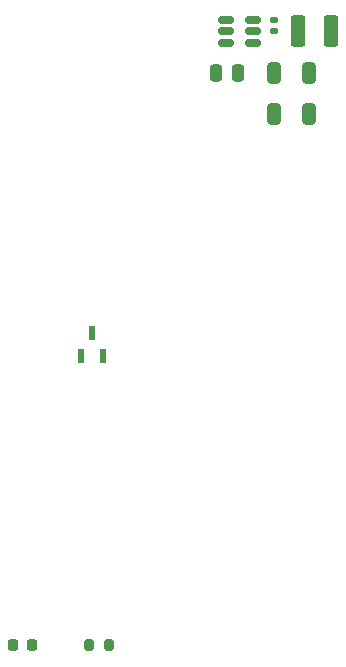
<source format=gtp>
%TF.GenerationSoftware,KiCad,Pcbnew,9.0.0*%
%TF.CreationDate,2025-04-14T19:38:07-04:00*%
%TF.ProjectId,brainfreeze,62726169-6e66-4726-9565-7a652e6b6963,rev?*%
%TF.SameCoordinates,Original*%
%TF.FileFunction,Paste,Top*%
%TF.FilePolarity,Positive*%
%FSLAX46Y46*%
G04 Gerber Fmt 4.6, Leading zero omitted, Abs format (unit mm)*
G04 Created by KiCad (PCBNEW 9.0.0) date 2025-04-14 19:38:07*
%MOMM*%
%LPD*%
G01*
G04 APERTURE LIST*
G04 Aperture macros list*
%AMRoundRect*
0 Rectangle with rounded corners*
0 $1 Rounding radius*
0 $2 $3 $4 $5 $6 $7 $8 $9 X,Y pos of 4 corners*
0 Add a 4 corners polygon primitive as box body*
4,1,4,$2,$3,$4,$5,$6,$7,$8,$9,$2,$3,0*
0 Add four circle primitives for the rounded corners*
1,1,$1+$1,$2,$3*
1,1,$1+$1,$4,$5*
1,1,$1+$1,$6,$7*
1,1,$1+$1,$8,$9*
0 Add four rect primitives between the rounded corners*
20,1,$1+$1,$2,$3,$4,$5,0*
20,1,$1+$1,$4,$5,$6,$7,0*
20,1,$1+$1,$6,$7,$8,$9,0*
20,1,$1+$1,$8,$9,$2,$3,0*%
G04 Aperture macros list end*
%ADD10RoundRect,0.150000X-0.512500X-0.150000X0.512500X-0.150000X0.512500X0.150000X-0.512500X0.150000X0*%
%ADD11RoundRect,0.250000X-0.250000X-0.475000X0.250000X-0.475000X0.250000X0.475000X-0.250000X0.475000X0*%
%ADD12RoundRect,0.140000X-0.170000X0.140000X-0.170000X-0.140000X0.170000X-0.140000X0.170000X0.140000X0*%
%ADD13RoundRect,0.250000X0.325000X0.650000X-0.325000X0.650000X-0.325000X-0.650000X0.325000X-0.650000X0*%
%ADD14R,0.558800X1.270000*%
%ADD15RoundRect,0.218750X-0.218750X-0.256250X0.218750X-0.256250X0.218750X0.256250X-0.218750X0.256250X0*%
%ADD16RoundRect,0.200000X-0.200000X-0.275000X0.200000X-0.275000X0.200000X0.275000X-0.200000X0.275000X0*%
%ADD17RoundRect,0.250000X-0.375000X-1.075000X0.375000X-1.075000X0.375000X1.075000X-0.375000X1.075000X0*%
G04 APERTURE END LIST*
D10*
X197462500Y-97050000D03*
X197462500Y-98000000D03*
X197462500Y-98950000D03*
X199737500Y-98950000D03*
X199737500Y-98000000D03*
X199737500Y-97050000D03*
D11*
X196550000Y-101500000D03*
X198450000Y-101500000D03*
D12*
X201500000Y-97040000D03*
X201500000Y-98000000D03*
D13*
X204475000Y-101500000D03*
X201525000Y-101500000D03*
D14*
X185170002Y-125500000D03*
X187000000Y-125500000D03*
X186085001Y-123569600D03*
D13*
X204475000Y-105000000D03*
X201525000Y-105000000D03*
D15*
X179425000Y-150000000D03*
X181000000Y-150000000D03*
D16*
X185850000Y-150000000D03*
X187500000Y-150000000D03*
D17*
X203500000Y-98000000D03*
X206300000Y-98000000D03*
M02*

</source>
